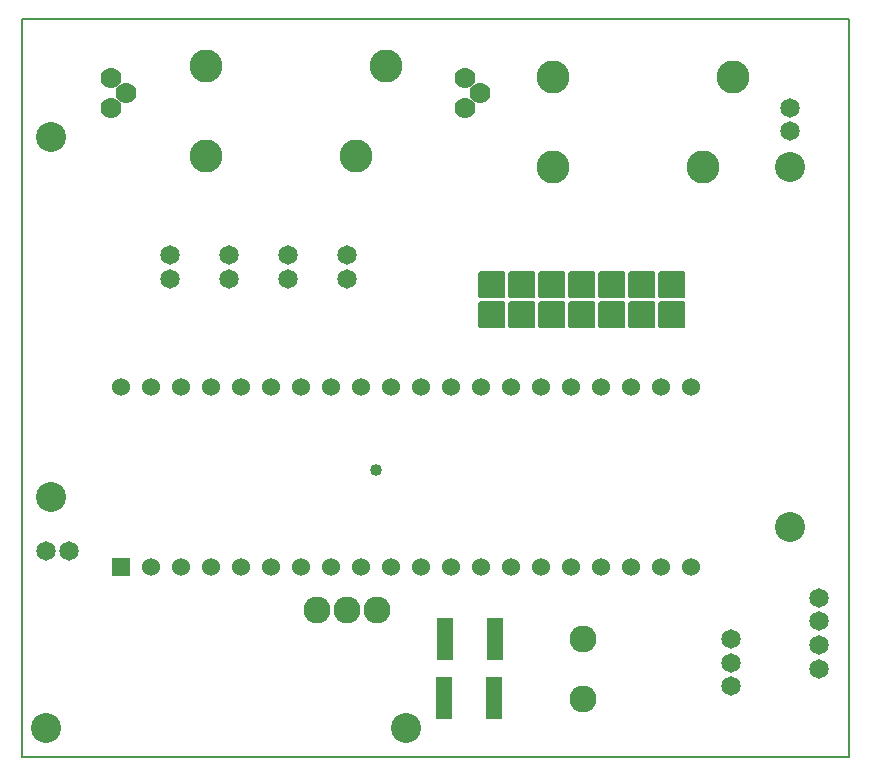
<source format=gbr>
G04 PROTEUS GERBER X2 FILE*
%TF.GenerationSoftware,Labcenter,Proteus,8.12-SP0-Build30713*%
%TF.CreationDate,2021-09-16T14:44:57+00:00*%
%TF.FileFunction,Soldermask,Top*%
%TF.FilePolarity,Negative*%
%TF.Part,Single*%
%TF.SameCoordinates,{034bc27d-0c73-46ba-bb4b-be9bc49d2133}*%
%FSLAX45Y45*%
%MOMM*%
G01*
%TA.AperFunction,Material*%
%ADD24C,1.016000*%
%AMPPAD017*
4,1,36,
-0.635000,0.762000,
0.635000,0.762000,
0.660970,0.759470,
0.684980,0.752200,
0.706580,0.740650,
0.725290,0.725290,
0.740650,0.706570,
0.752200,0.684980,
0.759470,0.660970,
0.762000,0.635000,
0.762000,-0.635000,
0.759470,-0.660970,
0.752200,-0.684980,
0.740650,-0.706570,
0.725290,-0.725290,
0.706580,-0.740650,
0.684980,-0.752200,
0.660970,-0.759470,
0.635000,-0.762000,
-0.635000,-0.762000,
-0.660970,-0.759470,
-0.684980,-0.752200,
-0.706580,-0.740650,
-0.725290,-0.725290,
-0.740650,-0.706570,
-0.752200,-0.684980,
-0.759470,-0.660970,
-0.762000,-0.635000,
-0.762000,0.635000,
-0.759470,0.660970,
-0.752200,0.684980,
-0.740650,0.706570,
-0.725290,0.725290,
-0.706580,0.740650,
-0.684980,0.752200,
-0.660970,0.759470,
-0.635000,0.762000,
0*%
%TA.AperFunction,Material*%
%ADD25PPAD017*%
%ADD26C,1.524000*%
%TA.AperFunction,Material*%
%ADD27C,2.540000*%
%TA.AperFunction,Material*%
%ADD28C,2.794000*%
%AMPPAD021*
4,1,36,
-1.016000,1.143000,
1.016000,1.143000,
1.041970,1.140470,
1.065980,1.133200,
1.087580,1.121650,
1.106290,1.106290,
1.121650,1.087570,
1.133200,1.065980,
1.140470,1.041970,
1.143000,1.016000,
1.143000,-1.016000,
1.140470,-1.041970,
1.133200,-1.065980,
1.121650,-1.087570,
1.106290,-1.106290,
1.087580,-1.121650,
1.065980,-1.133200,
1.041970,-1.140470,
1.016000,-1.143000,
-1.016000,-1.143000,
-1.041970,-1.140470,
-1.065980,-1.133200,
-1.087580,-1.121650,
-1.106290,-1.106290,
-1.121650,-1.087570,
-1.133200,-1.065980,
-1.140470,-1.041970,
-1.143000,-1.016000,
-1.143000,1.016000,
-1.140470,1.041970,
-1.133200,1.065980,
-1.121650,1.087570,
-1.106290,1.106290,
-1.087580,1.121650,
-1.065980,1.133200,
-1.041970,1.140470,
-1.016000,1.143000,
0*%
%TA.AperFunction,Material*%
%ADD29PPAD021*%
%TA.AperFunction,Material*%
%ADD72C,2.286000*%
%TA.AperFunction,Material*%
%ADD73C,1.651000*%
%TA.AperFunction,Material*%
%ADD30C,1.778000*%
%AMPPAD025*
4,1,4,
-0.647700,1.803400,
0.647700,1.803400,
0.647700,-1.803400,
-0.647700,-1.803400,
-0.647700,1.803400,
0*%
%TA.AperFunction,Material*%
%ADD31PPAD025*%
%TA.AperFunction,Profile*%
%ADD71C,0.203200*%
%TD.AperFunction*%
D24*
X-254000Y-63500D03*
D25*
X-2413000Y-889000D03*
D26*
X-2159000Y-889000D03*
X-1905000Y-889000D03*
X-1651000Y-889000D03*
X-1397000Y-889000D03*
X-1143000Y-889000D03*
X-889000Y-889000D03*
X-635000Y-889000D03*
X-381000Y-889000D03*
X-127000Y-889000D03*
X+127000Y-889000D03*
X+381000Y-889000D03*
X+635000Y-889000D03*
X+889000Y-889000D03*
X+1143000Y-889000D03*
X+1397000Y-889000D03*
X+1651000Y-889000D03*
X+1905000Y-889000D03*
X+2159000Y-889000D03*
X+2413000Y-889000D03*
X+2413000Y+635000D03*
X+2159000Y+635000D03*
X+1905000Y+635000D03*
X+1651000Y+635000D03*
X+1397000Y+635000D03*
X+1143000Y+635000D03*
X+889000Y+635000D03*
X+635000Y+635000D03*
X+381000Y+635000D03*
X+127000Y+635000D03*
X-127000Y+635000D03*
X-381000Y+635000D03*
X-635000Y+635000D03*
X-889000Y+635000D03*
X-1143000Y+635000D03*
X-1397000Y+635000D03*
X-1651000Y+635000D03*
X-1905000Y+635000D03*
X-2159000Y+635000D03*
X-2413000Y+635000D03*
D27*
X+0Y-2250000D03*
X-3048000Y-2250000D03*
D28*
X-1694000Y+2594000D03*
X-1694000Y+3356000D03*
X-170000Y+3356000D03*
X-424000Y+2594000D03*
X+1250000Y+2500000D03*
X+1250000Y+3262000D03*
X+2774000Y+3262000D03*
X+2520000Y+2500000D03*
D27*
X+3250000Y-548000D03*
X+3250000Y+2500000D03*
D29*
X+730000Y+1246000D03*
X+984000Y+1246000D03*
X+1238000Y+1246000D03*
X+1492000Y+1246000D03*
X+1746000Y+1246000D03*
X+2000000Y+1246000D03*
X+2254000Y+1246000D03*
X+2254000Y+1500000D03*
X+2000000Y+1500000D03*
X+1746000Y+1500000D03*
X+1492000Y+1500000D03*
X+1238000Y+1500000D03*
X+984000Y+1500000D03*
X+730000Y+1500000D03*
D27*
X-3000000Y+2750000D03*
X-3000000Y-298000D03*
D72*
X+1500000Y-1500000D03*
X+1500000Y-2008000D03*
X-246000Y-1250000D03*
X-500000Y-1250000D03*
X-754000Y-1250000D03*
D73*
X+3500000Y-1150000D03*
X+3500000Y-1350000D03*
X+3500000Y-1550000D03*
X+3500000Y-1750000D03*
D30*
X-2500000Y+3250000D03*
X-2373000Y+3123000D03*
X-2500000Y+2996000D03*
X+500000Y+3250000D03*
X+627000Y+3123000D03*
X+500000Y+2996000D03*
D73*
X+2750000Y-1900000D03*
X+2750000Y-1700000D03*
X+2750000Y-1500000D03*
X-500000Y+1750000D03*
X-500000Y+1550000D03*
X+3250000Y+2800000D03*
X+3250000Y+3000000D03*
X-1500000Y+1750000D03*
X-1500000Y+1550000D03*
X-2850000Y-750000D03*
X-3050000Y-750000D03*
X-1000000Y+1750000D03*
X-1000000Y+1550000D03*
X-2000000Y+1750000D03*
X-2000000Y+1550000D03*
D31*
X+328000Y-1500000D03*
X+758000Y-1500000D03*
X+320000Y-2000000D03*
X+750000Y-2000000D03*
D71*
X-3250000Y-2500000D02*
X+3750000Y-2500000D01*
X+3750000Y+3750000D01*
X-3250000Y+3750000D01*
X-3250000Y-2500000D01*
M02*

</source>
